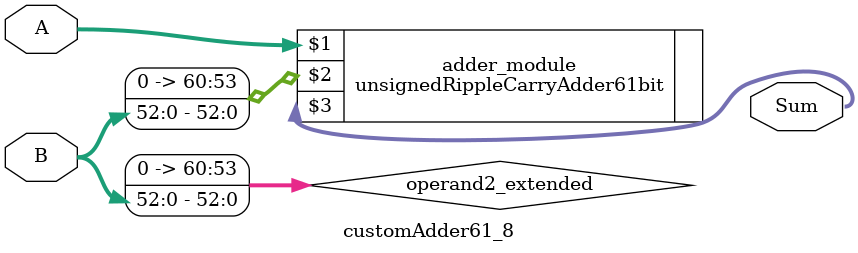
<source format=v>
module customAdder61_8(
                        input [60 : 0] A,
                        input [52 : 0] B,
                        
                        output [61 : 0] Sum
                );

        wire [60 : 0] operand2_extended;
        
        assign operand2_extended =  {8'b0, B};
        
        unsignedRippleCarryAdder61bit adder_module(
            A,
            operand2_extended,
            Sum
        );
        
        endmodule
        
</source>
